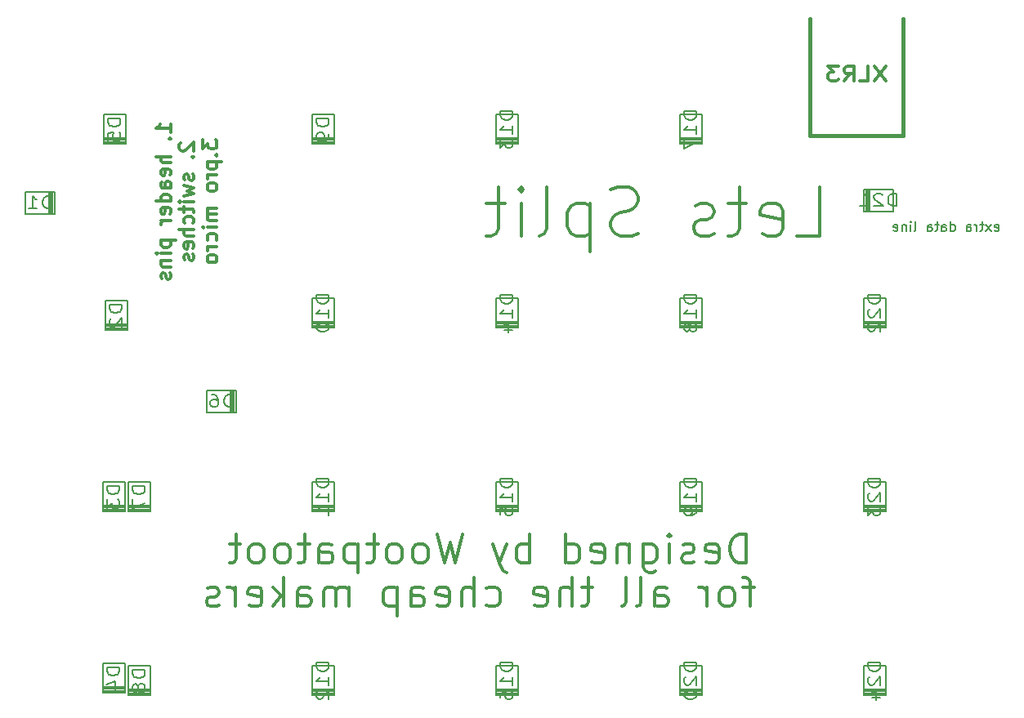
<source format=gbr>
G04 #@! TF.FileFunction,Legend,Bot*
%FSLAX46Y46*%
G04 Gerber Fmt 4.6, Leading zero omitted, Abs format (unit mm)*
G04 Created by KiCad (PCBNEW 4.0.2-stable) date 11/23/2016 1:41:37 PM*
%MOMM*%
G01*
G04 APERTURE LIST*
%ADD10C,0.100000*%
%ADD11C,0.300000*%
%ADD12C,0.150000*%
%ADD13C,0.203200*%
%ADD14C,0.381000*%
%ADD15C,0.304800*%
G04 APERTURE END LIST*
D10*
D11*
X114328429Y-86864143D02*
X114328429Y-83864143D01*
X113614144Y-83864143D01*
X113185572Y-84007000D01*
X112899858Y-84292714D01*
X112757001Y-84578429D01*
X112614144Y-85149857D01*
X112614144Y-85578429D01*
X112757001Y-86149857D01*
X112899858Y-86435571D01*
X113185572Y-86721286D01*
X113614144Y-86864143D01*
X114328429Y-86864143D01*
X110185572Y-86721286D02*
X110471286Y-86864143D01*
X111042715Y-86864143D01*
X111328429Y-86721286D01*
X111471286Y-86435571D01*
X111471286Y-85292714D01*
X111328429Y-85007000D01*
X111042715Y-84864143D01*
X110471286Y-84864143D01*
X110185572Y-85007000D01*
X110042715Y-85292714D01*
X110042715Y-85578429D01*
X111471286Y-85864143D01*
X108899857Y-86721286D02*
X108614143Y-86864143D01*
X108042715Y-86864143D01*
X107757000Y-86721286D01*
X107614143Y-86435571D01*
X107614143Y-86292714D01*
X107757000Y-86007000D01*
X108042715Y-85864143D01*
X108471286Y-85864143D01*
X108757000Y-85721286D01*
X108899857Y-85435571D01*
X108899857Y-85292714D01*
X108757000Y-85007000D01*
X108471286Y-84864143D01*
X108042715Y-84864143D01*
X107757000Y-85007000D01*
X106328429Y-86864143D02*
X106328429Y-84864143D01*
X106328429Y-83864143D02*
X106471286Y-84007000D01*
X106328429Y-84149857D01*
X106185572Y-84007000D01*
X106328429Y-83864143D01*
X106328429Y-84149857D01*
X103614144Y-84864143D02*
X103614144Y-87292714D01*
X103757001Y-87578429D01*
X103899858Y-87721286D01*
X104185573Y-87864143D01*
X104614144Y-87864143D01*
X104899858Y-87721286D01*
X103614144Y-86721286D02*
X103899858Y-86864143D01*
X104471287Y-86864143D01*
X104757001Y-86721286D01*
X104899858Y-86578429D01*
X105042715Y-86292714D01*
X105042715Y-85435571D01*
X104899858Y-85149857D01*
X104757001Y-85007000D01*
X104471287Y-84864143D01*
X103899858Y-84864143D01*
X103614144Y-85007000D01*
X102185572Y-84864143D02*
X102185572Y-86864143D01*
X102185572Y-85149857D02*
X102042715Y-85007000D01*
X101757001Y-84864143D01*
X101328429Y-84864143D01*
X101042715Y-85007000D01*
X100899858Y-85292714D01*
X100899858Y-86864143D01*
X98328429Y-86721286D02*
X98614143Y-86864143D01*
X99185572Y-86864143D01*
X99471286Y-86721286D01*
X99614143Y-86435571D01*
X99614143Y-85292714D01*
X99471286Y-85007000D01*
X99185572Y-84864143D01*
X98614143Y-84864143D01*
X98328429Y-85007000D01*
X98185572Y-85292714D01*
X98185572Y-85578429D01*
X99614143Y-85864143D01*
X95614143Y-86864143D02*
X95614143Y-83864143D01*
X95614143Y-86721286D02*
X95899857Y-86864143D01*
X96471286Y-86864143D01*
X96757000Y-86721286D01*
X96899857Y-86578429D01*
X97042714Y-86292714D01*
X97042714Y-85435571D01*
X96899857Y-85149857D01*
X96757000Y-85007000D01*
X96471286Y-84864143D01*
X95899857Y-84864143D01*
X95614143Y-85007000D01*
X91899857Y-86864143D02*
X91899857Y-83864143D01*
X91899857Y-85007000D02*
X91614143Y-84864143D01*
X91042714Y-84864143D01*
X90757000Y-85007000D01*
X90614143Y-85149857D01*
X90471286Y-85435571D01*
X90471286Y-86292714D01*
X90614143Y-86578429D01*
X90757000Y-86721286D01*
X91042714Y-86864143D01*
X91614143Y-86864143D01*
X91899857Y-86721286D01*
X89471286Y-84864143D02*
X88757000Y-86864143D01*
X88042714Y-84864143D02*
X88757000Y-86864143D01*
X89042714Y-87578429D01*
X89185571Y-87721286D01*
X89471286Y-87864143D01*
X84899858Y-83864143D02*
X84185572Y-86864143D01*
X83614143Y-84721286D01*
X83042715Y-86864143D01*
X82328429Y-83864143D01*
X80757001Y-86864143D02*
X81042715Y-86721286D01*
X81185572Y-86578429D01*
X81328429Y-86292714D01*
X81328429Y-85435571D01*
X81185572Y-85149857D01*
X81042715Y-85007000D01*
X80757001Y-84864143D01*
X80328429Y-84864143D01*
X80042715Y-85007000D01*
X79899858Y-85149857D01*
X79757001Y-85435571D01*
X79757001Y-86292714D01*
X79899858Y-86578429D01*
X80042715Y-86721286D01*
X80328429Y-86864143D01*
X80757001Y-86864143D01*
X78042715Y-86864143D02*
X78328429Y-86721286D01*
X78471286Y-86578429D01*
X78614143Y-86292714D01*
X78614143Y-85435571D01*
X78471286Y-85149857D01*
X78328429Y-85007000D01*
X78042715Y-84864143D01*
X77614143Y-84864143D01*
X77328429Y-85007000D01*
X77185572Y-85149857D01*
X77042715Y-85435571D01*
X77042715Y-86292714D01*
X77185572Y-86578429D01*
X77328429Y-86721286D01*
X77614143Y-86864143D01*
X78042715Y-86864143D01*
X76185572Y-84864143D02*
X75042715Y-84864143D01*
X75757000Y-83864143D02*
X75757000Y-86435571D01*
X75614143Y-86721286D01*
X75328429Y-86864143D01*
X75042715Y-86864143D01*
X74042714Y-84864143D02*
X74042714Y-87864143D01*
X74042714Y-85007000D02*
X73757000Y-84864143D01*
X73185571Y-84864143D01*
X72899857Y-85007000D01*
X72757000Y-85149857D01*
X72614143Y-85435571D01*
X72614143Y-86292714D01*
X72757000Y-86578429D01*
X72899857Y-86721286D01*
X73185571Y-86864143D01*
X73757000Y-86864143D01*
X74042714Y-86721286D01*
X70042714Y-86864143D02*
X70042714Y-85292714D01*
X70185571Y-85007000D01*
X70471285Y-84864143D01*
X71042714Y-84864143D01*
X71328428Y-85007000D01*
X70042714Y-86721286D02*
X70328428Y-86864143D01*
X71042714Y-86864143D01*
X71328428Y-86721286D01*
X71471285Y-86435571D01*
X71471285Y-86149857D01*
X71328428Y-85864143D01*
X71042714Y-85721286D01*
X70328428Y-85721286D01*
X70042714Y-85578429D01*
X69042714Y-84864143D02*
X67899857Y-84864143D01*
X68614142Y-83864143D02*
X68614142Y-86435571D01*
X68471285Y-86721286D01*
X68185571Y-86864143D01*
X67899857Y-86864143D01*
X66471285Y-86864143D02*
X66756999Y-86721286D01*
X66899856Y-86578429D01*
X67042713Y-86292714D01*
X67042713Y-85435571D01*
X66899856Y-85149857D01*
X66756999Y-85007000D01*
X66471285Y-84864143D01*
X66042713Y-84864143D01*
X65756999Y-85007000D01*
X65614142Y-85149857D01*
X65471285Y-85435571D01*
X65471285Y-86292714D01*
X65614142Y-86578429D01*
X65756999Y-86721286D01*
X66042713Y-86864143D01*
X66471285Y-86864143D01*
X63756999Y-86864143D02*
X64042713Y-86721286D01*
X64185570Y-86578429D01*
X64328427Y-86292714D01*
X64328427Y-85435571D01*
X64185570Y-85149857D01*
X64042713Y-85007000D01*
X63756999Y-84864143D01*
X63328427Y-84864143D01*
X63042713Y-85007000D01*
X62899856Y-85149857D01*
X62756999Y-85435571D01*
X62756999Y-86292714D01*
X62899856Y-86578429D01*
X63042713Y-86721286D01*
X63328427Y-86864143D01*
X63756999Y-86864143D01*
X61899856Y-84864143D02*
X60756999Y-84864143D01*
X61471284Y-83864143D02*
X61471284Y-86435571D01*
X61328427Y-86721286D01*
X61042713Y-86864143D01*
X60756999Y-86864143D01*
X115114145Y-89364143D02*
X113971288Y-89364143D01*
X114685573Y-91364143D02*
X114685573Y-88792714D01*
X114542716Y-88507000D01*
X114257002Y-88364143D01*
X113971288Y-88364143D01*
X112542716Y-91364143D02*
X112828430Y-91221286D01*
X112971287Y-91078429D01*
X113114144Y-90792714D01*
X113114144Y-89935571D01*
X112971287Y-89649857D01*
X112828430Y-89507000D01*
X112542716Y-89364143D01*
X112114144Y-89364143D01*
X111828430Y-89507000D01*
X111685573Y-89649857D01*
X111542716Y-89935571D01*
X111542716Y-90792714D01*
X111685573Y-91078429D01*
X111828430Y-91221286D01*
X112114144Y-91364143D01*
X112542716Y-91364143D01*
X110257001Y-91364143D02*
X110257001Y-89364143D01*
X110257001Y-89935571D02*
X110114144Y-89649857D01*
X109971287Y-89507000D01*
X109685573Y-89364143D01*
X109399858Y-89364143D01*
X104828430Y-91364143D02*
X104828430Y-89792714D01*
X104971287Y-89507000D01*
X105257001Y-89364143D01*
X105828430Y-89364143D01*
X106114144Y-89507000D01*
X104828430Y-91221286D02*
X105114144Y-91364143D01*
X105828430Y-91364143D01*
X106114144Y-91221286D01*
X106257001Y-90935571D01*
X106257001Y-90649857D01*
X106114144Y-90364143D01*
X105828430Y-90221286D01*
X105114144Y-90221286D01*
X104828430Y-90078429D01*
X102971287Y-91364143D02*
X103257001Y-91221286D01*
X103399858Y-90935571D01*
X103399858Y-88364143D01*
X101399858Y-91364143D02*
X101685572Y-91221286D01*
X101828429Y-90935571D01*
X101828429Y-88364143D01*
X98399858Y-89364143D02*
X97257001Y-89364143D01*
X97971286Y-88364143D02*
X97971286Y-90935571D01*
X97828429Y-91221286D01*
X97542715Y-91364143D01*
X97257001Y-91364143D01*
X96257000Y-91364143D02*
X96257000Y-88364143D01*
X94971286Y-91364143D02*
X94971286Y-89792714D01*
X95114143Y-89507000D01*
X95399857Y-89364143D01*
X95828429Y-89364143D01*
X96114143Y-89507000D01*
X96257000Y-89649857D01*
X92399857Y-91221286D02*
X92685571Y-91364143D01*
X93257000Y-91364143D01*
X93542714Y-91221286D01*
X93685571Y-90935571D01*
X93685571Y-89792714D01*
X93542714Y-89507000D01*
X93257000Y-89364143D01*
X92685571Y-89364143D01*
X92399857Y-89507000D01*
X92257000Y-89792714D01*
X92257000Y-90078429D01*
X93685571Y-90364143D01*
X87399857Y-91221286D02*
X87685571Y-91364143D01*
X88257000Y-91364143D01*
X88542714Y-91221286D01*
X88685571Y-91078429D01*
X88828428Y-90792714D01*
X88828428Y-89935571D01*
X88685571Y-89649857D01*
X88542714Y-89507000D01*
X88257000Y-89364143D01*
X87685571Y-89364143D01*
X87399857Y-89507000D01*
X86114142Y-91364143D02*
X86114142Y-88364143D01*
X84828428Y-91364143D02*
X84828428Y-89792714D01*
X84971285Y-89507000D01*
X85256999Y-89364143D01*
X85685571Y-89364143D01*
X85971285Y-89507000D01*
X86114142Y-89649857D01*
X82256999Y-91221286D02*
X82542713Y-91364143D01*
X83114142Y-91364143D01*
X83399856Y-91221286D01*
X83542713Y-90935571D01*
X83542713Y-89792714D01*
X83399856Y-89507000D01*
X83114142Y-89364143D01*
X82542713Y-89364143D01*
X82256999Y-89507000D01*
X82114142Y-89792714D01*
X82114142Y-90078429D01*
X83542713Y-90364143D01*
X79542713Y-91364143D02*
X79542713Y-89792714D01*
X79685570Y-89507000D01*
X79971284Y-89364143D01*
X80542713Y-89364143D01*
X80828427Y-89507000D01*
X79542713Y-91221286D02*
X79828427Y-91364143D01*
X80542713Y-91364143D01*
X80828427Y-91221286D01*
X80971284Y-90935571D01*
X80971284Y-90649857D01*
X80828427Y-90364143D01*
X80542713Y-90221286D01*
X79828427Y-90221286D01*
X79542713Y-90078429D01*
X78114141Y-89364143D02*
X78114141Y-92364143D01*
X78114141Y-89507000D02*
X77828427Y-89364143D01*
X77256998Y-89364143D01*
X76971284Y-89507000D01*
X76828427Y-89649857D01*
X76685570Y-89935571D01*
X76685570Y-90792714D01*
X76828427Y-91078429D01*
X76971284Y-91221286D01*
X77256998Y-91364143D01*
X77828427Y-91364143D01*
X78114141Y-91221286D01*
X73114141Y-91364143D02*
X73114141Y-89364143D01*
X73114141Y-89649857D02*
X72971284Y-89507000D01*
X72685570Y-89364143D01*
X72256998Y-89364143D01*
X71971284Y-89507000D01*
X71828427Y-89792714D01*
X71828427Y-91364143D01*
X71828427Y-89792714D02*
X71685570Y-89507000D01*
X71399856Y-89364143D01*
X70971284Y-89364143D01*
X70685570Y-89507000D01*
X70542713Y-89792714D01*
X70542713Y-91364143D01*
X67828427Y-91364143D02*
X67828427Y-89792714D01*
X67971284Y-89507000D01*
X68256998Y-89364143D01*
X68828427Y-89364143D01*
X69114141Y-89507000D01*
X67828427Y-91221286D02*
X68114141Y-91364143D01*
X68828427Y-91364143D01*
X69114141Y-91221286D01*
X69256998Y-90935571D01*
X69256998Y-90649857D01*
X69114141Y-90364143D01*
X68828427Y-90221286D01*
X68114141Y-90221286D01*
X67828427Y-90078429D01*
X66399855Y-91364143D02*
X66399855Y-88364143D01*
X66114141Y-90221286D02*
X65256998Y-91364143D01*
X65256998Y-89364143D02*
X66399855Y-90507000D01*
X62828427Y-91221286D02*
X63114141Y-91364143D01*
X63685570Y-91364143D01*
X63971284Y-91221286D01*
X64114141Y-90935571D01*
X64114141Y-89792714D01*
X63971284Y-89507000D01*
X63685570Y-89364143D01*
X63114141Y-89364143D01*
X62828427Y-89507000D01*
X62685570Y-89792714D01*
X62685570Y-90078429D01*
X64114141Y-90364143D01*
X61399855Y-91364143D02*
X61399855Y-89364143D01*
X61399855Y-89935571D02*
X61256998Y-89649857D01*
X61114141Y-89507000D01*
X60828427Y-89364143D01*
X60542712Y-89364143D01*
X59685569Y-91221286D02*
X59399855Y-91364143D01*
X58828427Y-91364143D01*
X58542712Y-91221286D01*
X58399855Y-90935571D01*
X58399855Y-90792714D01*
X58542712Y-90507000D01*
X58828427Y-90364143D01*
X59256998Y-90364143D01*
X59542712Y-90221286D01*
X59685569Y-89935571D01*
X59685569Y-89792714D01*
X59542712Y-89507000D01*
X59256998Y-89364143D01*
X58828427Y-89364143D01*
X58542712Y-89507000D01*
X54666571Y-42224429D02*
X54666571Y-41367286D01*
X54666571Y-41795858D02*
X53166571Y-41795858D01*
X53380857Y-41653001D01*
X53523714Y-41510143D01*
X53595143Y-41367286D01*
X54523714Y-42867286D02*
X54595143Y-42938714D01*
X54666571Y-42867286D01*
X54595143Y-42795857D01*
X54523714Y-42867286D01*
X54666571Y-42867286D01*
X54666571Y-44724429D02*
X53166571Y-44724429D01*
X54666571Y-45367286D02*
X53880857Y-45367286D01*
X53738000Y-45295857D01*
X53666571Y-45153000D01*
X53666571Y-44938715D01*
X53738000Y-44795857D01*
X53809429Y-44724429D01*
X54595143Y-46653000D02*
X54666571Y-46510143D01*
X54666571Y-46224429D01*
X54595143Y-46081572D01*
X54452286Y-46010143D01*
X53880857Y-46010143D01*
X53738000Y-46081572D01*
X53666571Y-46224429D01*
X53666571Y-46510143D01*
X53738000Y-46653000D01*
X53880857Y-46724429D01*
X54023714Y-46724429D01*
X54166571Y-46010143D01*
X54666571Y-48010143D02*
X53880857Y-48010143D01*
X53738000Y-47938714D01*
X53666571Y-47795857D01*
X53666571Y-47510143D01*
X53738000Y-47367286D01*
X54595143Y-48010143D02*
X54666571Y-47867286D01*
X54666571Y-47510143D01*
X54595143Y-47367286D01*
X54452286Y-47295857D01*
X54309429Y-47295857D01*
X54166571Y-47367286D01*
X54095143Y-47510143D01*
X54095143Y-47867286D01*
X54023714Y-48010143D01*
X54666571Y-49367286D02*
X53166571Y-49367286D01*
X54595143Y-49367286D02*
X54666571Y-49224429D01*
X54666571Y-48938715D01*
X54595143Y-48795857D01*
X54523714Y-48724429D01*
X54380857Y-48653000D01*
X53952286Y-48653000D01*
X53809429Y-48724429D01*
X53738000Y-48795857D01*
X53666571Y-48938715D01*
X53666571Y-49224429D01*
X53738000Y-49367286D01*
X54595143Y-50653000D02*
X54666571Y-50510143D01*
X54666571Y-50224429D01*
X54595143Y-50081572D01*
X54452286Y-50010143D01*
X53880857Y-50010143D01*
X53738000Y-50081572D01*
X53666571Y-50224429D01*
X53666571Y-50510143D01*
X53738000Y-50653000D01*
X53880857Y-50724429D01*
X54023714Y-50724429D01*
X54166571Y-50010143D01*
X54666571Y-51367286D02*
X53666571Y-51367286D01*
X53952286Y-51367286D02*
X53809429Y-51438714D01*
X53738000Y-51510143D01*
X53666571Y-51653000D01*
X53666571Y-51795857D01*
X53666571Y-53438714D02*
X55166571Y-53438714D01*
X53738000Y-53438714D02*
X53666571Y-53581571D01*
X53666571Y-53867285D01*
X53738000Y-54010142D01*
X53809429Y-54081571D01*
X53952286Y-54153000D01*
X54380857Y-54153000D01*
X54523714Y-54081571D01*
X54595143Y-54010142D01*
X54666571Y-53867285D01*
X54666571Y-53581571D01*
X54595143Y-53438714D01*
X54666571Y-54795857D02*
X53666571Y-54795857D01*
X53166571Y-54795857D02*
X53238000Y-54724428D01*
X53309429Y-54795857D01*
X53238000Y-54867285D01*
X53166571Y-54795857D01*
X53309429Y-54795857D01*
X53666571Y-55510143D02*
X54666571Y-55510143D01*
X53809429Y-55510143D02*
X53738000Y-55581571D01*
X53666571Y-55724429D01*
X53666571Y-55938714D01*
X53738000Y-56081571D01*
X53880857Y-56153000D01*
X54666571Y-56153000D01*
X54595143Y-56795857D02*
X54666571Y-56938714D01*
X54666571Y-57224429D01*
X54595143Y-57367286D01*
X54452286Y-57438714D01*
X54380857Y-57438714D01*
X54238000Y-57367286D01*
X54166571Y-57224429D01*
X54166571Y-57010143D01*
X54095143Y-56867286D01*
X53952286Y-56795857D01*
X53880857Y-56795857D01*
X53738000Y-56867286D01*
X53666571Y-57010143D01*
X53666571Y-57224429D01*
X53738000Y-57367286D01*
X55709429Y-43295857D02*
X55638000Y-43367286D01*
X55566571Y-43510143D01*
X55566571Y-43867286D01*
X55638000Y-44010143D01*
X55709429Y-44081572D01*
X55852286Y-44153000D01*
X55995143Y-44153000D01*
X56209429Y-44081572D01*
X57066571Y-43224429D01*
X57066571Y-44153000D01*
X56923714Y-44795857D02*
X56995143Y-44867285D01*
X57066571Y-44795857D01*
X56995143Y-44724428D01*
X56923714Y-44795857D01*
X57066571Y-44795857D01*
X56995143Y-46581571D02*
X57066571Y-46724428D01*
X57066571Y-47010143D01*
X56995143Y-47153000D01*
X56852286Y-47224428D01*
X56780857Y-47224428D01*
X56638000Y-47153000D01*
X56566571Y-47010143D01*
X56566571Y-46795857D01*
X56495143Y-46653000D01*
X56352286Y-46581571D01*
X56280857Y-46581571D01*
X56138000Y-46653000D01*
X56066571Y-46795857D01*
X56066571Y-47010143D01*
X56138000Y-47153000D01*
X56066571Y-47724429D02*
X57066571Y-48010143D01*
X56352286Y-48295857D01*
X57066571Y-48581572D01*
X56066571Y-48867286D01*
X57066571Y-49438715D02*
X56066571Y-49438715D01*
X55566571Y-49438715D02*
X55638000Y-49367286D01*
X55709429Y-49438715D01*
X55638000Y-49510143D01*
X55566571Y-49438715D01*
X55709429Y-49438715D01*
X56066571Y-49938715D02*
X56066571Y-50510144D01*
X55566571Y-50153001D02*
X56852286Y-50153001D01*
X56995143Y-50224429D01*
X57066571Y-50367287D01*
X57066571Y-50510144D01*
X56995143Y-51653001D02*
X57066571Y-51510144D01*
X57066571Y-51224430D01*
X56995143Y-51081572D01*
X56923714Y-51010144D01*
X56780857Y-50938715D01*
X56352286Y-50938715D01*
X56209429Y-51010144D01*
X56138000Y-51081572D01*
X56066571Y-51224430D01*
X56066571Y-51510144D01*
X56138000Y-51653001D01*
X57066571Y-52295858D02*
X55566571Y-52295858D01*
X57066571Y-52938715D02*
X56280857Y-52938715D01*
X56138000Y-52867286D01*
X56066571Y-52724429D01*
X56066571Y-52510144D01*
X56138000Y-52367286D01*
X56209429Y-52295858D01*
X56995143Y-54224429D02*
X57066571Y-54081572D01*
X57066571Y-53795858D01*
X56995143Y-53653001D01*
X56852286Y-53581572D01*
X56280857Y-53581572D01*
X56138000Y-53653001D01*
X56066571Y-53795858D01*
X56066571Y-54081572D01*
X56138000Y-54224429D01*
X56280857Y-54295858D01*
X56423714Y-54295858D01*
X56566571Y-53581572D01*
X56995143Y-54867286D02*
X57066571Y-55010143D01*
X57066571Y-55295858D01*
X56995143Y-55438715D01*
X56852286Y-55510143D01*
X56780857Y-55510143D01*
X56638000Y-55438715D01*
X56566571Y-55295858D01*
X56566571Y-55081572D01*
X56495143Y-54938715D01*
X56352286Y-54867286D01*
X56280857Y-54867286D01*
X56138000Y-54938715D01*
X56066571Y-55081572D01*
X56066571Y-55295858D01*
X56138000Y-55438715D01*
X57966571Y-43010144D02*
X57966571Y-43938715D01*
X58538000Y-43438715D01*
X58538000Y-43653001D01*
X58609429Y-43795858D01*
X58680857Y-43867287D01*
X58823714Y-43938715D01*
X59180857Y-43938715D01*
X59323714Y-43867287D01*
X59395143Y-43795858D01*
X59466571Y-43653001D01*
X59466571Y-43224429D01*
X59395143Y-43081572D01*
X59323714Y-43010144D01*
X59323714Y-44581572D02*
X59395143Y-44653000D01*
X59466571Y-44581572D01*
X59395143Y-44510143D01*
X59323714Y-44581572D01*
X59466571Y-44581572D01*
X58466571Y-45295858D02*
X59966571Y-45295858D01*
X58538000Y-45295858D02*
X58466571Y-45438715D01*
X58466571Y-45724429D01*
X58538000Y-45867286D01*
X58609429Y-45938715D01*
X58752286Y-46010144D01*
X59180857Y-46010144D01*
X59323714Y-45938715D01*
X59395143Y-45867286D01*
X59466571Y-45724429D01*
X59466571Y-45438715D01*
X59395143Y-45295858D01*
X59466571Y-46653001D02*
X58466571Y-46653001D01*
X58752286Y-46653001D02*
X58609429Y-46724429D01*
X58538000Y-46795858D01*
X58466571Y-46938715D01*
X58466571Y-47081572D01*
X59466571Y-47795858D02*
X59395143Y-47653000D01*
X59323714Y-47581572D01*
X59180857Y-47510143D01*
X58752286Y-47510143D01*
X58609429Y-47581572D01*
X58538000Y-47653000D01*
X58466571Y-47795858D01*
X58466571Y-48010143D01*
X58538000Y-48153000D01*
X58609429Y-48224429D01*
X58752286Y-48295858D01*
X59180857Y-48295858D01*
X59323714Y-48224429D01*
X59395143Y-48153000D01*
X59466571Y-48010143D01*
X59466571Y-47795858D01*
X59466571Y-50081572D02*
X58466571Y-50081572D01*
X58609429Y-50081572D02*
X58538000Y-50153000D01*
X58466571Y-50295858D01*
X58466571Y-50510143D01*
X58538000Y-50653000D01*
X58680857Y-50724429D01*
X59466571Y-50724429D01*
X58680857Y-50724429D02*
X58538000Y-50795858D01*
X58466571Y-50938715D01*
X58466571Y-51153000D01*
X58538000Y-51295858D01*
X58680857Y-51367286D01*
X59466571Y-51367286D01*
X59466571Y-52081572D02*
X58466571Y-52081572D01*
X57966571Y-52081572D02*
X58038000Y-52010143D01*
X58109429Y-52081572D01*
X58038000Y-52153000D01*
X57966571Y-52081572D01*
X58109429Y-52081572D01*
X59395143Y-53438715D02*
X59466571Y-53295858D01*
X59466571Y-53010144D01*
X59395143Y-52867286D01*
X59323714Y-52795858D01*
X59180857Y-52724429D01*
X58752286Y-52724429D01*
X58609429Y-52795858D01*
X58538000Y-52867286D01*
X58466571Y-53010144D01*
X58466571Y-53295858D01*
X58538000Y-53438715D01*
X59466571Y-54081572D02*
X58466571Y-54081572D01*
X58752286Y-54081572D02*
X58609429Y-54153000D01*
X58538000Y-54224429D01*
X58466571Y-54367286D01*
X58466571Y-54510143D01*
X59466571Y-55224429D02*
X59395143Y-55081571D01*
X59323714Y-55010143D01*
X59180857Y-54938714D01*
X58752286Y-54938714D01*
X58609429Y-55010143D01*
X58538000Y-55081571D01*
X58466571Y-55224429D01*
X58466571Y-55438714D01*
X58538000Y-55581571D01*
X58609429Y-55653000D01*
X58752286Y-55724429D01*
X59180857Y-55724429D01*
X59323714Y-55653000D01*
X59395143Y-55581571D01*
X59466571Y-55438714D01*
X59466571Y-55224429D01*
X119552809Y-52934905D02*
X121933762Y-52934905D01*
X121933762Y-47934905D01*
X115981381Y-52696810D02*
X116457571Y-52934905D01*
X117409952Y-52934905D01*
X117886143Y-52696810D01*
X118124238Y-52220619D01*
X118124238Y-50315857D01*
X117886143Y-49839667D01*
X117409952Y-49601571D01*
X116457571Y-49601571D01*
X115981381Y-49839667D01*
X115743286Y-50315857D01*
X115743286Y-50792048D01*
X118124238Y-51268238D01*
X114314715Y-49601571D02*
X112409953Y-49601571D01*
X113600429Y-47934905D02*
X113600429Y-52220619D01*
X113362334Y-52696810D01*
X112886143Y-52934905D01*
X112409953Y-52934905D01*
X110981381Y-52696810D02*
X110505191Y-52934905D01*
X109552810Y-52934905D01*
X109076619Y-52696810D01*
X108838524Y-52220619D01*
X108838524Y-51982524D01*
X109076619Y-51506333D01*
X109552810Y-51268238D01*
X110267095Y-51268238D01*
X110743286Y-51030143D01*
X110981381Y-50553952D01*
X110981381Y-50315857D01*
X110743286Y-49839667D01*
X110267095Y-49601571D01*
X109552810Y-49601571D01*
X109076619Y-49839667D01*
X103124238Y-52696810D02*
X102409952Y-52934905D01*
X101219476Y-52934905D01*
X100743286Y-52696810D01*
X100505190Y-52458714D01*
X100267095Y-51982524D01*
X100267095Y-51506333D01*
X100505190Y-51030143D01*
X100743286Y-50792048D01*
X101219476Y-50553952D01*
X102171857Y-50315857D01*
X102648048Y-50077762D01*
X102886143Y-49839667D01*
X103124238Y-49363476D01*
X103124238Y-48887286D01*
X102886143Y-48411095D01*
X102648048Y-48173000D01*
X102171857Y-47934905D01*
X100981381Y-47934905D01*
X100267095Y-48173000D01*
X98124238Y-49601571D02*
X98124238Y-54601571D01*
X98124238Y-49839667D02*
X97648047Y-49601571D01*
X96695666Y-49601571D01*
X96219476Y-49839667D01*
X95981381Y-50077762D01*
X95743285Y-50553952D01*
X95743285Y-51982524D01*
X95981381Y-52458714D01*
X96219476Y-52696810D01*
X96695666Y-52934905D01*
X97648047Y-52934905D01*
X98124238Y-52696810D01*
X92886142Y-52934905D02*
X93362333Y-52696810D01*
X93600428Y-52220619D01*
X93600428Y-47934905D01*
X90981380Y-52934905D02*
X90981380Y-49601571D01*
X90981380Y-47934905D02*
X91219475Y-48173000D01*
X90981380Y-48411095D01*
X90743285Y-48173000D01*
X90981380Y-47934905D01*
X90981380Y-48411095D01*
X89314714Y-49601571D02*
X87409952Y-49601571D01*
X88600428Y-47934905D02*
X88600428Y-52220619D01*
X88362333Y-52696810D01*
X87886142Y-52934905D01*
X87409952Y-52934905D01*
D12*
X42048000Y-48430000D02*
X42048000Y-50630000D01*
X42248000Y-50630000D02*
X42248000Y-48430000D01*
X42448000Y-50530000D02*
X42448000Y-50630000D01*
X42448000Y-50630000D02*
X42448000Y-50530000D01*
X42448000Y-48430000D02*
X42448000Y-50530000D01*
D13*
X39624000Y-50673000D02*
X42672000Y-50673000D01*
X42672000Y-50673000D02*
X42672000Y-48387000D01*
X42672000Y-48387000D02*
X39624000Y-48387000D01*
X39624000Y-48387000D02*
X39624000Y-50673000D01*
D12*
X50122000Y-62114000D02*
X47922000Y-62114000D01*
X47922000Y-62314000D02*
X50122000Y-62314000D01*
X48022000Y-62514000D02*
X47922000Y-62514000D01*
X47922000Y-62514000D02*
X48022000Y-62514000D01*
X50122000Y-62514000D02*
X48022000Y-62514000D01*
D13*
X47879000Y-59690000D02*
X47879000Y-62738000D01*
X47879000Y-62738000D02*
X50165000Y-62738000D01*
X50165000Y-62738000D02*
X50165000Y-59690000D01*
X50165000Y-59690000D02*
X47879000Y-59690000D01*
D12*
X49868000Y-80910000D02*
X47668000Y-80910000D01*
X47668000Y-81110000D02*
X49868000Y-81110000D01*
X47768000Y-81310000D02*
X47668000Y-81310000D01*
X47668000Y-81310000D02*
X47768000Y-81310000D01*
X49868000Y-81310000D02*
X47768000Y-81310000D01*
D13*
X47625000Y-78486000D02*
X47625000Y-81534000D01*
X47625000Y-81534000D02*
X49911000Y-81534000D01*
X49911000Y-81534000D02*
X49911000Y-78486000D01*
X49911000Y-78486000D02*
X47625000Y-78486000D01*
D12*
X49868000Y-99706000D02*
X47668000Y-99706000D01*
X47668000Y-99906000D02*
X49868000Y-99906000D01*
X47768000Y-100106000D02*
X47668000Y-100106000D01*
X47668000Y-100106000D02*
X47768000Y-100106000D01*
X49868000Y-100106000D02*
X47768000Y-100106000D01*
D13*
X47625000Y-97282000D02*
X47625000Y-100330000D01*
X47625000Y-100330000D02*
X49911000Y-100330000D01*
X49911000Y-100330000D02*
X49911000Y-97282000D01*
X49911000Y-97282000D02*
X47625000Y-97282000D01*
D12*
X49995000Y-42810000D02*
X47795000Y-42810000D01*
X47795000Y-43010000D02*
X49995000Y-43010000D01*
X47895000Y-43210000D02*
X47795000Y-43210000D01*
X47795000Y-43210000D02*
X47895000Y-43210000D01*
X49995000Y-43210000D02*
X47895000Y-43210000D01*
D13*
X47752000Y-40386000D02*
X47752000Y-43434000D01*
X47752000Y-43434000D02*
X50038000Y-43434000D01*
X50038000Y-43434000D02*
X50038000Y-40386000D01*
X50038000Y-40386000D02*
X47752000Y-40386000D01*
D12*
X60844000Y-69004000D02*
X60844000Y-71204000D01*
X61044000Y-71204000D02*
X61044000Y-69004000D01*
X61244000Y-71104000D02*
X61244000Y-71204000D01*
X61244000Y-71204000D02*
X61244000Y-71104000D01*
X61244000Y-69004000D02*
X61244000Y-71104000D01*
D13*
X58420000Y-71247000D02*
X61468000Y-71247000D01*
X61468000Y-71247000D02*
X61468000Y-68961000D01*
X61468000Y-68961000D02*
X58420000Y-68961000D01*
X58420000Y-68961000D02*
X58420000Y-71247000D01*
D12*
X52535000Y-80910000D02*
X50335000Y-80910000D01*
X50335000Y-81110000D02*
X52535000Y-81110000D01*
X50435000Y-81310000D02*
X50335000Y-81310000D01*
X50335000Y-81310000D02*
X50435000Y-81310000D01*
X52535000Y-81310000D02*
X50435000Y-81310000D01*
D13*
X50292000Y-78486000D02*
X50292000Y-81534000D01*
X50292000Y-81534000D02*
X52578000Y-81534000D01*
X52578000Y-81534000D02*
X52578000Y-78486000D01*
X52578000Y-78486000D02*
X50292000Y-78486000D01*
D12*
X52535000Y-99960000D02*
X50335000Y-99960000D01*
X50335000Y-100160000D02*
X52535000Y-100160000D01*
X50435000Y-100360000D02*
X50335000Y-100360000D01*
X50335000Y-100360000D02*
X50435000Y-100360000D01*
X52535000Y-100360000D02*
X50435000Y-100360000D01*
D13*
X50292000Y-97536000D02*
X50292000Y-100584000D01*
X50292000Y-100584000D02*
X52578000Y-100584000D01*
X52578000Y-100584000D02*
X52578000Y-97536000D01*
X52578000Y-97536000D02*
X50292000Y-97536000D01*
D12*
X71585000Y-42810000D02*
X69385000Y-42810000D01*
X69385000Y-43010000D02*
X71585000Y-43010000D01*
X69485000Y-43210000D02*
X69385000Y-43210000D01*
X69385000Y-43210000D02*
X69485000Y-43210000D01*
X71585000Y-43210000D02*
X69485000Y-43210000D01*
D13*
X69342000Y-40386000D02*
X69342000Y-43434000D01*
X69342000Y-43434000D02*
X71628000Y-43434000D01*
X71628000Y-43434000D02*
X71628000Y-40386000D01*
X71628000Y-40386000D02*
X69342000Y-40386000D01*
D12*
X71585000Y-61860000D02*
X69385000Y-61860000D01*
X69385000Y-62060000D02*
X71585000Y-62060000D01*
X69485000Y-62260000D02*
X69385000Y-62260000D01*
X69385000Y-62260000D02*
X69485000Y-62260000D01*
X71585000Y-62260000D02*
X69485000Y-62260000D01*
D13*
X69342000Y-59436000D02*
X69342000Y-62484000D01*
X69342000Y-62484000D02*
X71628000Y-62484000D01*
X71628000Y-62484000D02*
X71628000Y-59436000D01*
X71628000Y-59436000D02*
X69342000Y-59436000D01*
D12*
X71585000Y-80910000D02*
X69385000Y-80910000D01*
X69385000Y-81110000D02*
X71585000Y-81110000D01*
X69485000Y-81310000D02*
X69385000Y-81310000D01*
X69385000Y-81310000D02*
X69485000Y-81310000D01*
X71585000Y-81310000D02*
X69485000Y-81310000D01*
D13*
X69342000Y-78486000D02*
X69342000Y-81534000D01*
X69342000Y-81534000D02*
X71628000Y-81534000D01*
X71628000Y-81534000D02*
X71628000Y-78486000D01*
X71628000Y-78486000D02*
X69342000Y-78486000D01*
D12*
X71585000Y-99960000D02*
X69385000Y-99960000D01*
X69385000Y-100160000D02*
X71585000Y-100160000D01*
X69485000Y-100360000D02*
X69385000Y-100360000D01*
X69385000Y-100360000D02*
X69485000Y-100360000D01*
X71585000Y-100360000D02*
X69485000Y-100360000D01*
D13*
X69342000Y-97536000D02*
X69342000Y-100584000D01*
X69342000Y-100584000D02*
X71628000Y-100584000D01*
X71628000Y-100584000D02*
X71628000Y-97536000D01*
X71628000Y-97536000D02*
X69342000Y-97536000D01*
D12*
X90635000Y-42810000D02*
X88435000Y-42810000D01*
X88435000Y-43010000D02*
X90635000Y-43010000D01*
X88535000Y-43210000D02*
X88435000Y-43210000D01*
X88435000Y-43210000D02*
X88535000Y-43210000D01*
X90635000Y-43210000D02*
X88535000Y-43210000D01*
D13*
X88392000Y-40386000D02*
X88392000Y-43434000D01*
X88392000Y-43434000D02*
X90678000Y-43434000D01*
X90678000Y-43434000D02*
X90678000Y-40386000D01*
X90678000Y-40386000D02*
X88392000Y-40386000D01*
D12*
X90635000Y-61860000D02*
X88435000Y-61860000D01*
X88435000Y-62060000D02*
X90635000Y-62060000D01*
X88535000Y-62260000D02*
X88435000Y-62260000D01*
X88435000Y-62260000D02*
X88535000Y-62260000D01*
X90635000Y-62260000D02*
X88535000Y-62260000D01*
D13*
X88392000Y-59436000D02*
X88392000Y-62484000D01*
X88392000Y-62484000D02*
X90678000Y-62484000D01*
X90678000Y-62484000D02*
X90678000Y-59436000D01*
X90678000Y-59436000D02*
X88392000Y-59436000D01*
D12*
X90635000Y-80910000D02*
X88435000Y-80910000D01*
X88435000Y-81110000D02*
X90635000Y-81110000D01*
X88535000Y-81310000D02*
X88435000Y-81310000D01*
X88435000Y-81310000D02*
X88535000Y-81310000D01*
X90635000Y-81310000D02*
X88535000Y-81310000D01*
D13*
X88392000Y-78486000D02*
X88392000Y-81534000D01*
X88392000Y-81534000D02*
X90678000Y-81534000D01*
X90678000Y-81534000D02*
X90678000Y-78486000D01*
X90678000Y-78486000D02*
X88392000Y-78486000D01*
D12*
X90635000Y-99960000D02*
X88435000Y-99960000D01*
X88435000Y-100160000D02*
X90635000Y-100160000D01*
X88535000Y-100360000D02*
X88435000Y-100360000D01*
X88435000Y-100360000D02*
X88535000Y-100360000D01*
X90635000Y-100360000D02*
X88535000Y-100360000D01*
D13*
X88392000Y-97536000D02*
X88392000Y-100584000D01*
X88392000Y-100584000D02*
X90678000Y-100584000D01*
X90678000Y-100584000D02*
X90678000Y-97536000D01*
X90678000Y-97536000D02*
X88392000Y-97536000D01*
D12*
X109685000Y-42810000D02*
X107485000Y-42810000D01*
X107485000Y-43010000D02*
X109685000Y-43010000D01*
X107585000Y-43210000D02*
X107485000Y-43210000D01*
X107485000Y-43210000D02*
X107585000Y-43210000D01*
X109685000Y-43210000D02*
X107585000Y-43210000D01*
D13*
X107442000Y-40386000D02*
X107442000Y-43434000D01*
X107442000Y-43434000D02*
X109728000Y-43434000D01*
X109728000Y-43434000D02*
X109728000Y-40386000D01*
X109728000Y-40386000D02*
X107442000Y-40386000D01*
D12*
X109685000Y-61860000D02*
X107485000Y-61860000D01*
X107485000Y-62060000D02*
X109685000Y-62060000D01*
X107585000Y-62260000D02*
X107485000Y-62260000D01*
X107485000Y-62260000D02*
X107585000Y-62260000D01*
X109685000Y-62260000D02*
X107585000Y-62260000D01*
D13*
X107442000Y-59436000D02*
X107442000Y-62484000D01*
X107442000Y-62484000D02*
X109728000Y-62484000D01*
X109728000Y-62484000D02*
X109728000Y-59436000D01*
X109728000Y-59436000D02*
X107442000Y-59436000D01*
D12*
X109685000Y-80910000D02*
X107485000Y-80910000D01*
X107485000Y-81110000D02*
X109685000Y-81110000D01*
X107585000Y-81310000D02*
X107485000Y-81310000D01*
X107485000Y-81310000D02*
X107585000Y-81310000D01*
X109685000Y-81310000D02*
X107585000Y-81310000D01*
D13*
X107442000Y-78486000D02*
X107442000Y-81534000D01*
X107442000Y-81534000D02*
X109728000Y-81534000D01*
X109728000Y-81534000D02*
X109728000Y-78486000D01*
X109728000Y-78486000D02*
X107442000Y-78486000D01*
D12*
X109685000Y-99960000D02*
X107485000Y-99960000D01*
X107485000Y-100160000D02*
X109685000Y-100160000D01*
X107585000Y-100360000D02*
X107485000Y-100360000D01*
X107485000Y-100360000D02*
X107585000Y-100360000D01*
X109685000Y-100360000D02*
X107585000Y-100360000D01*
D13*
X107442000Y-97536000D02*
X107442000Y-100584000D01*
X107442000Y-100584000D02*
X109728000Y-100584000D01*
X109728000Y-100584000D02*
X109728000Y-97536000D01*
X109728000Y-97536000D02*
X107442000Y-97536000D01*
D12*
X127116000Y-50376000D02*
X127116000Y-48176000D01*
X126916000Y-48176000D02*
X126916000Y-50376000D01*
X126716000Y-48276000D02*
X126716000Y-48176000D01*
X126716000Y-48176000D02*
X126716000Y-48276000D01*
X126716000Y-50376000D02*
X126716000Y-48276000D01*
D13*
X129540000Y-48133000D02*
X126492000Y-48133000D01*
X126492000Y-48133000D02*
X126492000Y-50419000D01*
X126492000Y-50419000D02*
X129540000Y-50419000D01*
X129540000Y-50419000D02*
X129540000Y-48133000D01*
D12*
X128735000Y-61860000D02*
X126535000Y-61860000D01*
X126535000Y-62060000D02*
X128735000Y-62060000D01*
X126635000Y-62260000D02*
X126535000Y-62260000D01*
X126535000Y-62260000D02*
X126635000Y-62260000D01*
X128735000Y-62260000D02*
X126635000Y-62260000D01*
D13*
X126492000Y-59436000D02*
X126492000Y-62484000D01*
X126492000Y-62484000D02*
X128778000Y-62484000D01*
X128778000Y-62484000D02*
X128778000Y-59436000D01*
X128778000Y-59436000D02*
X126492000Y-59436000D01*
D12*
X128735000Y-80910000D02*
X126535000Y-80910000D01*
X126535000Y-81110000D02*
X128735000Y-81110000D01*
X126635000Y-81310000D02*
X126535000Y-81310000D01*
X126535000Y-81310000D02*
X126635000Y-81310000D01*
X128735000Y-81310000D02*
X126635000Y-81310000D01*
D13*
X126492000Y-78486000D02*
X126492000Y-81534000D01*
X126492000Y-81534000D02*
X128778000Y-81534000D01*
X128778000Y-81534000D02*
X128778000Y-78486000D01*
X128778000Y-78486000D02*
X126492000Y-78486000D01*
D12*
X128735000Y-99960000D02*
X126535000Y-99960000D01*
X126535000Y-100160000D02*
X128735000Y-100160000D01*
X126635000Y-100360000D02*
X126535000Y-100360000D01*
X126535000Y-100360000D02*
X126635000Y-100360000D01*
X128735000Y-100360000D02*
X126635000Y-100360000D01*
D13*
X126492000Y-97536000D02*
X126492000Y-100584000D01*
X126492000Y-100584000D02*
X128778000Y-100584000D01*
X128778000Y-100584000D02*
X128778000Y-97536000D01*
X128778000Y-97536000D02*
X126492000Y-97536000D01*
D14*
X120929400Y-30480000D02*
X120929400Y-42545000D01*
X120929400Y-42545000D02*
X130530600Y-42545000D01*
X130530600Y-42545000D02*
X130530600Y-30480000D01*
D13*
X42272857Y-50104524D02*
X42272857Y-48834524D01*
X41910000Y-48834524D01*
X41692285Y-48895000D01*
X41547143Y-49015952D01*
X41474571Y-49136905D01*
X41402000Y-49378810D01*
X41402000Y-49560238D01*
X41474571Y-49802143D01*
X41547143Y-49923095D01*
X41692285Y-50044048D01*
X41910000Y-50104524D01*
X42272857Y-50104524D01*
X39950571Y-50104524D02*
X40821428Y-50104524D01*
X40386000Y-50104524D02*
X40386000Y-48834524D01*
X40531143Y-49015952D01*
X40676285Y-49136905D01*
X40821428Y-49197381D01*
X49596524Y-60089143D02*
X48326524Y-60089143D01*
X48326524Y-60452000D01*
X48387000Y-60669715D01*
X48507952Y-60814857D01*
X48628905Y-60887429D01*
X48870810Y-60960000D01*
X49052238Y-60960000D01*
X49294143Y-60887429D01*
X49415095Y-60814857D01*
X49536048Y-60669715D01*
X49596524Y-60452000D01*
X49596524Y-60089143D01*
X48447476Y-61540572D02*
X48387000Y-61613143D01*
X48326524Y-61758286D01*
X48326524Y-62121143D01*
X48387000Y-62266286D01*
X48447476Y-62338857D01*
X48568429Y-62411429D01*
X48689381Y-62411429D01*
X48870810Y-62338857D01*
X49596524Y-61468000D01*
X49596524Y-62411429D01*
X49342524Y-78885143D02*
X48072524Y-78885143D01*
X48072524Y-79248000D01*
X48133000Y-79465715D01*
X48253952Y-79610857D01*
X48374905Y-79683429D01*
X48616810Y-79756000D01*
X48798238Y-79756000D01*
X49040143Y-79683429D01*
X49161095Y-79610857D01*
X49282048Y-79465715D01*
X49342524Y-79248000D01*
X49342524Y-78885143D01*
X48072524Y-80264000D02*
X48072524Y-81207429D01*
X48556333Y-80699429D01*
X48556333Y-80917143D01*
X48616810Y-81062286D01*
X48677286Y-81134857D01*
X48798238Y-81207429D01*
X49100619Y-81207429D01*
X49221571Y-81134857D01*
X49282048Y-81062286D01*
X49342524Y-80917143D01*
X49342524Y-80481715D01*
X49282048Y-80336572D01*
X49221571Y-80264000D01*
X49342524Y-97681143D02*
X48072524Y-97681143D01*
X48072524Y-98044000D01*
X48133000Y-98261715D01*
X48253952Y-98406857D01*
X48374905Y-98479429D01*
X48616810Y-98552000D01*
X48798238Y-98552000D01*
X49040143Y-98479429D01*
X49161095Y-98406857D01*
X49282048Y-98261715D01*
X49342524Y-98044000D01*
X49342524Y-97681143D01*
X48495857Y-99858286D02*
X49342524Y-99858286D01*
X48012048Y-99495429D02*
X48919190Y-99132572D01*
X48919190Y-100076000D01*
X49469524Y-40785143D02*
X48199524Y-40785143D01*
X48199524Y-41148000D01*
X48260000Y-41365715D01*
X48380952Y-41510857D01*
X48501905Y-41583429D01*
X48743810Y-41656000D01*
X48925238Y-41656000D01*
X49167143Y-41583429D01*
X49288095Y-41510857D01*
X49409048Y-41365715D01*
X49469524Y-41148000D01*
X49469524Y-40785143D01*
X48199524Y-43034857D02*
X48199524Y-42309143D01*
X48804286Y-42236572D01*
X48743810Y-42309143D01*
X48683333Y-42454286D01*
X48683333Y-42817143D01*
X48743810Y-42962286D01*
X48804286Y-43034857D01*
X48925238Y-43107429D01*
X49227619Y-43107429D01*
X49348571Y-43034857D01*
X49409048Y-42962286D01*
X49469524Y-42817143D01*
X49469524Y-42454286D01*
X49409048Y-42309143D01*
X49348571Y-42236572D01*
X61068857Y-70678524D02*
X61068857Y-69408524D01*
X60706000Y-69408524D01*
X60488285Y-69469000D01*
X60343143Y-69589952D01*
X60270571Y-69710905D01*
X60198000Y-69952810D01*
X60198000Y-70134238D01*
X60270571Y-70376143D01*
X60343143Y-70497095D01*
X60488285Y-70618048D01*
X60706000Y-70678524D01*
X61068857Y-70678524D01*
X58891714Y-69408524D02*
X59182000Y-69408524D01*
X59327143Y-69469000D01*
X59399714Y-69529476D01*
X59544857Y-69710905D01*
X59617428Y-69952810D01*
X59617428Y-70436619D01*
X59544857Y-70557571D01*
X59472285Y-70618048D01*
X59327143Y-70678524D01*
X59036857Y-70678524D01*
X58891714Y-70618048D01*
X58819143Y-70557571D01*
X58746571Y-70436619D01*
X58746571Y-70134238D01*
X58819143Y-70013286D01*
X58891714Y-69952810D01*
X59036857Y-69892333D01*
X59327143Y-69892333D01*
X59472285Y-69952810D01*
X59544857Y-70013286D01*
X59617428Y-70134238D01*
X52009524Y-78885143D02*
X50739524Y-78885143D01*
X50739524Y-79248000D01*
X50800000Y-79465715D01*
X50920952Y-79610857D01*
X51041905Y-79683429D01*
X51283810Y-79756000D01*
X51465238Y-79756000D01*
X51707143Y-79683429D01*
X51828095Y-79610857D01*
X51949048Y-79465715D01*
X52009524Y-79248000D01*
X52009524Y-78885143D01*
X50739524Y-80264000D02*
X50739524Y-81280000D01*
X52009524Y-80626857D01*
X52009524Y-97935143D02*
X50739524Y-97935143D01*
X50739524Y-98298000D01*
X50800000Y-98515715D01*
X50920952Y-98660857D01*
X51041905Y-98733429D01*
X51283810Y-98806000D01*
X51465238Y-98806000D01*
X51707143Y-98733429D01*
X51828095Y-98660857D01*
X51949048Y-98515715D01*
X52009524Y-98298000D01*
X52009524Y-97935143D01*
X51283810Y-99676857D02*
X51223333Y-99531715D01*
X51162857Y-99459143D01*
X51041905Y-99386572D01*
X50981429Y-99386572D01*
X50860476Y-99459143D01*
X50800000Y-99531715D01*
X50739524Y-99676857D01*
X50739524Y-99967143D01*
X50800000Y-100112286D01*
X50860476Y-100184857D01*
X50981429Y-100257429D01*
X51041905Y-100257429D01*
X51162857Y-100184857D01*
X51223333Y-100112286D01*
X51283810Y-99967143D01*
X51283810Y-99676857D01*
X51344286Y-99531715D01*
X51404762Y-99459143D01*
X51525714Y-99386572D01*
X51767619Y-99386572D01*
X51888571Y-99459143D01*
X51949048Y-99531715D01*
X52009524Y-99676857D01*
X52009524Y-99967143D01*
X51949048Y-100112286D01*
X51888571Y-100184857D01*
X51767619Y-100257429D01*
X51525714Y-100257429D01*
X51404762Y-100184857D01*
X51344286Y-100112286D01*
X51283810Y-99967143D01*
X71059524Y-40785143D02*
X69789524Y-40785143D01*
X69789524Y-41148000D01*
X69850000Y-41365715D01*
X69970952Y-41510857D01*
X70091905Y-41583429D01*
X70333810Y-41656000D01*
X70515238Y-41656000D01*
X70757143Y-41583429D01*
X70878095Y-41510857D01*
X70999048Y-41365715D01*
X71059524Y-41148000D01*
X71059524Y-40785143D01*
X71059524Y-42381715D02*
X71059524Y-42672000D01*
X70999048Y-42817143D01*
X70938571Y-42889715D01*
X70757143Y-43034857D01*
X70515238Y-43107429D01*
X70031429Y-43107429D01*
X69910476Y-43034857D01*
X69850000Y-42962286D01*
X69789524Y-42817143D01*
X69789524Y-42526857D01*
X69850000Y-42381715D01*
X69910476Y-42309143D01*
X70031429Y-42236572D01*
X70333810Y-42236572D01*
X70454762Y-42309143D01*
X70515238Y-42381715D01*
X70575714Y-42526857D01*
X70575714Y-42817143D01*
X70515238Y-42962286D01*
X70454762Y-43034857D01*
X70333810Y-43107429D01*
X71059524Y-59109428D02*
X69789524Y-59109428D01*
X69789524Y-59472285D01*
X69850000Y-59690000D01*
X69970952Y-59835142D01*
X70091905Y-59907714D01*
X70333810Y-59980285D01*
X70515238Y-59980285D01*
X70757143Y-59907714D01*
X70878095Y-59835142D01*
X70999048Y-59690000D01*
X71059524Y-59472285D01*
X71059524Y-59109428D01*
X71059524Y-61431714D02*
X71059524Y-60560857D01*
X71059524Y-60996285D02*
X69789524Y-60996285D01*
X69970952Y-60851142D01*
X70091905Y-60706000D01*
X70152381Y-60560857D01*
X69789524Y-62375143D02*
X69789524Y-62520286D01*
X69850000Y-62665429D01*
X69910476Y-62738000D01*
X70031429Y-62810571D01*
X70273333Y-62883143D01*
X70575714Y-62883143D01*
X70817619Y-62810571D01*
X70938571Y-62738000D01*
X70999048Y-62665429D01*
X71059524Y-62520286D01*
X71059524Y-62375143D01*
X70999048Y-62230000D01*
X70938571Y-62157429D01*
X70817619Y-62084857D01*
X70575714Y-62012286D01*
X70273333Y-62012286D01*
X70031429Y-62084857D01*
X69910476Y-62157429D01*
X69850000Y-62230000D01*
X69789524Y-62375143D01*
X71059524Y-78159428D02*
X69789524Y-78159428D01*
X69789524Y-78522285D01*
X69850000Y-78740000D01*
X69970952Y-78885142D01*
X70091905Y-78957714D01*
X70333810Y-79030285D01*
X70515238Y-79030285D01*
X70757143Y-78957714D01*
X70878095Y-78885142D01*
X70999048Y-78740000D01*
X71059524Y-78522285D01*
X71059524Y-78159428D01*
X71059524Y-80481714D02*
X71059524Y-79610857D01*
X71059524Y-80046285D02*
X69789524Y-80046285D01*
X69970952Y-79901142D01*
X70091905Y-79756000D01*
X70152381Y-79610857D01*
X71059524Y-81933143D02*
X71059524Y-81062286D01*
X71059524Y-81497714D02*
X69789524Y-81497714D01*
X69970952Y-81352571D01*
X70091905Y-81207429D01*
X70152381Y-81062286D01*
X71059524Y-97209428D02*
X69789524Y-97209428D01*
X69789524Y-97572285D01*
X69850000Y-97790000D01*
X69970952Y-97935142D01*
X70091905Y-98007714D01*
X70333810Y-98080285D01*
X70515238Y-98080285D01*
X70757143Y-98007714D01*
X70878095Y-97935142D01*
X70999048Y-97790000D01*
X71059524Y-97572285D01*
X71059524Y-97209428D01*
X71059524Y-99531714D02*
X71059524Y-98660857D01*
X71059524Y-99096285D02*
X69789524Y-99096285D01*
X69970952Y-98951142D01*
X70091905Y-98806000D01*
X70152381Y-98660857D01*
X69910476Y-100112286D02*
X69850000Y-100184857D01*
X69789524Y-100330000D01*
X69789524Y-100692857D01*
X69850000Y-100838000D01*
X69910476Y-100910571D01*
X70031429Y-100983143D01*
X70152381Y-100983143D01*
X70333810Y-100910571D01*
X71059524Y-100039714D01*
X71059524Y-100983143D01*
X90109524Y-40059428D02*
X88839524Y-40059428D01*
X88839524Y-40422285D01*
X88900000Y-40640000D01*
X89020952Y-40785142D01*
X89141905Y-40857714D01*
X89383810Y-40930285D01*
X89565238Y-40930285D01*
X89807143Y-40857714D01*
X89928095Y-40785142D01*
X90049048Y-40640000D01*
X90109524Y-40422285D01*
X90109524Y-40059428D01*
X90109524Y-42381714D02*
X90109524Y-41510857D01*
X90109524Y-41946285D02*
X88839524Y-41946285D01*
X89020952Y-41801142D01*
X89141905Y-41656000D01*
X89202381Y-41510857D01*
X88839524Y-42889714D02*
X88839524Y-43833143D01*
X89323333Y-43325143D01*
X89323333Y-43542857D01*
X89383810Y-43688000D01*
X89444286Y-43760571D01*
X89565238Y-43833143D01*
X89867619Y-43833143D01*
X89988571Y-43760571D01*
X90049048Y-43688000D01*
X90109524Y-43542857D01*
X90109524Y-43107429D01*
X90049048Y-42962286D01*
X89988571Y-42889714D01*
X90109524Y-59109428D02*
X88839524Y-59109428D01*
X88839524Y-59472285D01*
X88900000Y-59690000D01*
X89020952Y-59835142D01*
X89141905Y-59907714D01*
X89383810Y-59980285D01*
X89565238Y-59980285D01*
X89807143Y-59907714D01*
X89928095Y-59835142D01*
X90049048Y-59690000D01*
X90109524Y-59472285D01*
X90109524Y-59109428D01*
X90109524Y-61431714D02*
X90109524Y-60560857D01*
X90109524Y-60996285D02*
X88839524Y-60996285D01*
X89020952Y-60851142D01*
X89141905Y-60706000D01*
X89202381Y-60560857D01*
X89262857Y-62738000D02*
X90109524Y-62738000D01*
X88779048Y-62375143D02*
X89686190Y-62012286D01*
X89686190Y-62955714D01*
X90109524Y-78159428D02*
X88839524Y-78159428D01*
X88839524Y-78522285D01*
X88900000Y-78740000D01*
X89020952Y-78885142D01*
X89141905Y-78957714D01*
X89383810Y-79030285D01*
X89565238Y-79030285D01*
X89807143Y-78957714D01*
X89928095Y-78885142D01*
X90049048Y-78740000D01*
X90109524Y-78522285D01*
X90109524Y-78159428D01*
X90109524Y-80481714D02*
X90109524Y-79610857D01*
X90109524Y-80046285D02*
X88839524Y-80046285D01*
X89020952Y-79901142D01*
X89141905Y-79756000D01*
X89202381Y-79610857D01*
X88839524Y-81860571D02*
X88839524Y-81134857D01*
X89444286Y-81062286D01*
X89383810Y-81134857D01*
X89323333Y-81280000D01*
X89323333Y-81642857D01*
X89383810Y-81788000D01*
X89444286Y-81860571D01*
X89565238Y-81933143D01*
X89867619Y-81933143D01*
X89988571Y-81860571D01*
X90049048Y-81788000D01*
X90109524Y-81642857D01*
X90109524Y-81280000D01*
X90049048Y-81134857D01*
X89988571Y-81062286D01*
X90109524Y-97209428D02*
X88839524Y-97209428D01*
X88839524Y-97572285D01*
X88900000Y-97790000D01*
X89020952Y-97935142D01*
X89141905Y-98007714D01*
X89383810Y-98080285D01*
X89565238Y-98080285D01*
X89807143Y-98007714D01*
X89928095Y-97935142D01*
X90049048Y-97790000D01*
X90109524Y-97572285D01*
X90109524Y-97209428D01*
X90109524Y-99531714D02*
X90109524Y-98660857D01*
X90109524Y-99096285D02*
X88839524Y-99096285D01*
X89020952Y-98951142D01*
X89141905Y-98806000D01*
X89202381Y-98660857D01*
X88839524Y-100838000D02*
X88839524Y-100547714D01*
X88900000Y-100402571D01*
X88960476Y-100330000D01*
X89141905Y-100184857D01*
X89383810Y-100112286D01*
X89867619Y-100112286D01*
X89988571Y-100184857D01*
X90049048Y-100257429D01*
X90109524Y-100402571D01*
X90109524Y-100692857D01*
X90049048Y-100838000D01*
X89988571Y-100910571D01*
X89867619Y-100983143D01*
X89565238Y-100983143D01*
X89444286Y-100910571D01*
X89383810Y-100838000D01*
X89323333Y-100692857D01*
X89323333Y-100402571D01*
X89383810Y-100257429D01*
X89444286Y-100184857D01*
X89565238Y-100112286D01*
X109159524Y-40059428D02*
X107889524Y-40059428D01*
X107889524Y-40422285D01*
X107950000Y-40640000D01*
X108070952Y-40785142D01*
X108191905Y-40857714D01*
X108433810Y-40930285D01*
X108615238Y-40930285D01*
X108857143Y-40857714D01*
X108978095Y-40785142D01*
X109099048Y-40640000D01*
X109159524Y-40422285D01*
X109159524Y-40059428D01*
X109159524Y-42381714D02*
X109159524Y-41510857D01*
X109159524Y-41946285D02*
X107889524Y-41946285D01*
X108070952Y-41801142D01*
X108191905Y-41656000D01*
X108252381Y-41510857D01*
X107889524Y-42889714D02*
X107889524Y-43905714D01*
X109159524Y-43252571D01*
X109159524Y-59109428D02*
X107889524Y-59109428D01*
X107889524Y-59472285D01*
X107950000Y-59690000D01*
X108070952Y-59835142D01*
X108191905Y-59907714D01*
X108433810Y-59980285D01*
X108615238Y-59980285D01*
X108857143Y-59907714D01*
X108978095Y-59835142D01*
X109099048Y-59690000D01*
X109159524Y-59472285D01*
X109159524Y-59109428D01*
X109159524Y-61431714D02*
X109159524Y-60560857D01*
X109159524Y-60996285D02*
X107889524Y-60996285D01*
X108070952Y-60851142D01*
X108191905Y-60706000D01*
X108252381Y-60560857D01*
X108433810Y-62302571D02*
X108373333Y-62157429D01*
X108312857Y-62084857D01*
X108191905Y-62012286D01*
X108131429Y-62012286D01*
X108010476Y-62084857D01*
X107950000Y-62157429D01*
X107889524Y-62302571D01*
X107889524Y-62592857D01*
X107950000Y-62738000D01*
X108010476Y-62810571D01*
X108131429Y-62883143D01*
X108191905Y-62883143D01*
X108312857Y-62810571D01*
X108373333Y-62738000D01*
X108433810Y-62592857D01*
X108433810Y-62302571D01*
X108494286Y-62157429D01*
X108554762Y-62084857D01*
X108675714Y-62012286D01*
X108917619Y-62012286D01*
X109038571Y-62084857D01*
X109099048Y-62157429D01*
X109159524Y-62302571D01*
X109159524Y-62592857D01*
X109099048Y-62738000D01*
X109038571Y-62810571D01*
X108917619Y-62883143D01*
X108675714Y-62883143D01*
X108554762Y-62810571D01*
X108494286Y-62738000D01*
X108433810Y-62592857D01*
X109159524Y-78159428D02*
X107889524Y-78159428D01*
X107889524Y-78522285D01*
X107950000Y-78740000D01*
X108070952Y-78885142D01*
X108191905Y-78957714D01*
X108433810Y-79030285D01*
X108615238Y-79030285D01*
X108857143Y-78957714D01*
X108978095Y-78885142D01*
X109099048Y-78740000D01*
X109159524Y-78522285D01*
X109159524Y-78159428D01*
X109159524Y-80481714D02*
X109159524Y-79610857D01*
X109159524Y-80046285D02*
X107889524Y-80046285D01*
X108070952Y-79901142D01*
X108191905Y-79756000D01*
X108252381Y-79610857D01*
X109159524Y-81207429D02*
X109159524Y-81497714D01*
X109099048Y-81642857D01*
X109038571Y-81715429D01*
X108857143Y-81860571D01*
X108615238Y-81933143D01*
X108131429Y-81933143D01*
X108010476Y-81860571D01*
X107950000Y-81788000D01*
X107889524Y-81642857D01*
X107889524Y-81352571D01*
X107950000Y-81207429D01*
X108010476Y-81134857D01*
X108131429Y-81062286D01*
X108433810Y-81062286D01*
X108554762Y-81134857D01*
X108615238Y-81207429D01*
X108675714Y-81352571D01*
X108675714Y-81642857D01*
X108615238Y-81788000D01*
X108554762Y-81860571D01*
X108433810Y-81933143D01*
X109159524Y-97209428D02*
X107889524Y-97209428D01*
X107889524Y-97572285D01*
X107950000Y-97790000D01*
X108070952Y-97935142D01*
X108191905Y-98007714D01*
X108433810Y-98080285D01*
X108615238Y-98080285D01*
X108857143Y-98007714D01*
X108978095Y-97935142D01*
X109099048Y-97790000D01*
X109159524Y-97572285D01*
X109159524Y-97209428D01*
X108010476Y-98660857D02*
X107950000Y-98733428D01*
X107889524Y-98878571D01*
X107889524Y-99241428D01*
X107950000Y-99386571D01*
X108010476Y-99459142D01*
X108131429Y-99531714D01*
X108252381Y-99531714D01*
X108433810Y-99459142D01*
X109159524Y-98588285D01*
X109159524Y-99531714D01*
X107889524Y-100475143D02*
X107889524Y-100620286D01*
X107950000Y-100765429D01*
X108010476Y-100838000D01*
X108131429Y-100910571D01*
X108373333Y-100983143D01*
X108675714Y-100983143D01*
X108917619Y-100910571D01*
X109038571Y-100838000D01*
X109099048Y-100765429D01*
X109159524Y-100620286D01*
X109159524Y-100475143D01*
X109099048Y-100330000D01*
X109038571Y-100257429D01*
X108917619Y-100184857D01*
X108675714Y-100112286D01*
X108373333Y-100112286D01*
X108131429Y-100184857D01*
X108010476Y-100257429D01*
X107950000Y-100330000D01*
X107889524Y-100475143D01*
X129866572Y-49850524D02*
X129866572Y-48580524D01*
X129503715Y-48580524D01*
X129286000Y-48641000D01*
X129140858Y-48761952D01*
X129068286Y-48882905D01*
X128995715Y-49124810D01*
X128995715Y-49306238D01*
X129068286Y-49548143D01*
X129140858Y-49669095D01*
X129286000Y-49790048D01*
X129503715Y-49850524D01*
X129866572Y-49850524D01*
X128415143Y-48701476D02*
X128342572Y-48641000D01*
X128197429Y-48580524D01*
X127834572Y-48580524D01*
X127689429Y-48641000D01*
X127616858Y-48701476D01*
X127544286Y-48822429D01*
X127544286Y-48943381D01*
X127616858Y-49124810D01*
X128487715Y-49850524D01*
X127544286Y-49850524D01*
X126092857Y-49850524D02*
X126963714Y-49850524D01*
X126528286Y-49850524D02*
X126528286Y-48580524D01*
X126673429Y-48761952D01*
X126818571Y-48882905D01*
X126963714Y-48943381D01*
X128209524Y-59109428D02*
X126939524Y-59109428D01*
X126939524Y-59472285D01*
X127000000Y-59690000D01*
X127120952Y-59835142D01*
X127241905Y-59907714D01*
X127483810Y-59980285D01*
X127665238Y-59980285D01*
X127907143Y-59907714D01*
X128028095Y-59835142D01*
X128149048Y-59690000D01*
X128209524Y-59472285D01*
X128209524Y-59109428D01*
X127060476Y-60560857D02*
X127000000Y-60633428D01*
X126939524Y-60778571D01*
X126939524Y-61141428D01*
X127000000Y-61286571D01*
X127060476Y-61359142D01*
X127181429Y-61431714D01*
X127302381Y-61431714D01*
X127483810Y-61359142D01*
X128209524Y-60488285D01*
X128209524Y-61431714D01*
X127060476Y-62012286D02*
X127000000Y-62084857D01*
X126939524Y-62230000D01*
X126939524Y-62592857D01*
X127000000Y-62738000D01*
X127060476Y-62810571D01*
X127181429Y-62883143D01*
X127302381Y-62883143D01*
X127483810Y-62810571D01*
X128209524Y-61939714D01*
X128209524Y-62883143D01*
X128209524Y-78159428D02*
X126939524Y-78159428D01*
X126939524Y-78522285D01*
X127000000Y-78740000D01*
X127120952Y-78885142D01*
X127241905Y-78957714D01*
X127483810Y-79030285D01*
X127665238Y-79030285D01*
X127907143Y-78957714D01*
X128028095Y-78885142D01*
X128149048Y-78740000D01*
X128209524Y-78522285D01*
X128209524Y-78159428D01*
X127060476Y-79610857D02*
X127000000Y-79683428D01*
X126939524Y-79828571D01*
X126939524Y-80191428D01*
X127000000Y-80336571D01*
X127060476Y-80409142D01*
X127181429Y-80481714D01*
X127302381Y-80481714D01*
X127483810Y-80409142D01*
X128209524Y-79538285D01*
X128209524Y-80481714D01*
X126939524Y-80989714D02*
X126939524Y-81933143D01*
X127423333Y-81425143D01*
X127423333Y-81642857D01*
X127483810Y-81788000D01*
X127544286Y-81860571D01*
X127665238Y-81933143D01*
X127967619Y-81933143D01*
X128088571Y-81860571D01*
X128149048Y-81788000D01*
X128209524Y-81642857D01*
X128209524Y-81207429D01*
X128149048Y-81062286D01*
X128088571Y-80989714D01*
X128209524Y-97209428D02*
X126939524Y-97209428D01*
X126939524Y-97572285D01*
X127000000Y-97790000D01*
X127120952Y-97935142D01*
X127241905Y-98007714D01*
X127483810Y-98080285D01*
X127665238Y-98080285D01*
X127907143Y-98007714D01*
X128028095Y-97935142D01*
X128149048Y-97790000D01*
X128209524Y-97572285D01*
X128209524Y-97209428D01*
X127060476Y-98660857D02*
X127000000Y-98733428D01*
X126939524Y-98878571D01*
X126939524Y-99241428D01*
X127000000Y-99386571D01*
X127060476Y-99459142D01*
X127181429Y-99531714D01*
X127302381Y-99531714D01*
X127483810Y-99459142D01*
X128209524Y-98588285D01*
X128209524Y-99531714D01*
X127362857Y-100838000D02*
X128209524Y-100838000D01*
X126879048Y-100475143D02*
X127786190Y-100112286D01*
X127786190Y-101055714D01*
D15*
X128777999Y-35360429D02*
X127592666Y-36884429D01*
X127592666Y-35360429D02*
X128777999Y-36884429D01*
X126068666Y-36884429D02*
X126915333Y-36884429D01*
X126915333Y-35360429D01*
X124460000Y-36884429D02*
X125052666Y-36158714D01*
X125476000Y-36884429D02*
X125476000Y-35360429D01*
X124798666Y-35360429D01*
X124629333Y-35433000D01*
X124544666Y-35505571D01*
X124460000Y-35650714D01*
X124460000Y-35868429D01*
X124544666Y-36013571D01*
X124629333Y-36086143D01*
X124798666Y-36158714D01*
X125476000Y-36158714D01*
X123867333Y-35360429D02*
X122766666Y-35360429D01*
X123359333Y-35941000D01*
X123105333Y-35941000D01*
X122936000Y-36013571D01*
X122851333Y-36086143D01*
X122766666Y-36231286D01*
X122766666Y-36594143D01*
X122851333Y-36739286D01*
X122936000Y-36811857D01*
X123105333Y-36884429D01*
X123613333Y-36884429D01*
X123782666Y-36811857D01*
X123867333Y-36739286D01*
D12*
X140047620Y-52404762D02*
X140142858Y-52452381D01*
X140333335Y-52452381D01*
X140428573Y-52404762D01*
X140476192Y-52309524D01*
X140476192Y-51928571D01*
X140428573Y-51833333D01*
X140333335Y-51785714D01*
X140142858Y-51785714D01*
X140047620Y-51833333D01*
X140000001Y-51928571D01*
X140000001Y-52023810D01*
X140476192Y-52119048D01*
X139666668Y-52452381D02*
X139142858Y-51785714D01*
X139666668Y-51785714D02*
X139142858Y-52452381D01*
X138904763Y-51785714D02*
X138523811Y-51785714D01*
X138761906Y-51452381D02*
X138761906Y-52309524D01*
X138714287Y-52404762D01*
X138619049Y-52452381D01*
X138523811Y-52452381D01*
X138190477Y-52452381D02*
X138190477Y-51785714D01*
X138190477Y-51976190D02*
X138142858Y-51880952D01*
X138095239Y-51833333D01*
X138000001Y-51785714D01*
X137904762Y-51785714D01*
X137142857Y-52452381D02*
X137142857Y-51928571D01*
X137190476Y-51833333D01*
X137285714Y-51785714D01*
X137476191Y-51785714D01*
X137571429Y-51833333D01*
X137142857Y-52404762D02*
X137238095Y-52452381D01*
X137476191Y-52452381D01*
X137571429Y-52404762D01*
X137619048Y-52309524D01*
X137619048Y-52214286D01*
X137571429Y-52119048D01*
X137476191Y-52071429D01*
X137238095Y-52071429D01*
X137142857Y-52023810D01*
X135476190Y-52452381D02*
X135476190Y-51452381D01*
X135476190Y-52404762D02*
X135571428Y-52452381D01*
X135761905Y-52452381D01*
X135857143Y-52404762D01*
X135904762Y-52357143D01*
X135952381Y-52261905D01*
X135952381Y-51976190D01*
X135904762Y-51880952D01*
X135857143Y-51833333D01*
X135761905Y-51785714D01*
X135571428Y-51785714D01*
X135476190Y-51833333D01*
X134571428Y-52452381D02*
X134571428Y-51928571D01*
X134619047Y-51833333D01*
X134714285Y-51785714D01*
X134904762Y-51785714D01*
X135000000Y-51833333D01*
X134571428Y-52404762D02*
X134666666Y-52452381D01*
X134904762Y-52452381D01*
X135000000Y-52404762D01*
X135047619Y-52309524D01*
X135047619Y-52214286D01*
X135000000Y-52119048D01*
X134904762Y-52071429D01*
X134666666Y-52071429D01*
X134571428Y-52023810D01*
X134238095Y-51785714D02*
X133857143Y-51785714D01*
X134095238Y-51452381D02*
X134095238Y-52309524D01*
X134047619Y-52404762D01*
X133952381Y-52452381D01*
X133857143Y-52452381D01*
X133095237Y-52452381D02*
X133095237Y-51928571D01*
X133142856Y-51833333D01*
X133238094Y-51785714D01*
X133428571Y-51785714D01*
X133523809Y-51833333D01*
X133095237Y-52404762D02*
X133190475Y-52452381D01*
X133428571Y-52452381D01*
X133523809Y-52404762D01*
X133571428Y-52309524D01*
X133571428Y-52214286D01*
X133523809Y-52119048D01*
X133428571Y-52071429D01*
X133190475Y-52071429D01*
X133095237Y-52023810D01*
X131714285Y-52452381D02*
X131809523Y-52404762D01*
X131857142Y-52309524D01*
X131857142Y-51452381D01*
X131333332Y-52452381D02*
X131333332Y-51785714D01*
X131333332Y-51452381D02*
X131380951Y-51500000D01*
X131333332Y-51547619D01*
X131285713Y-51500000D01*
X131333332Y-51452381D01*
X131333332Y-51547619D01*
X130857142Y-51785714D02*
X130857142Y-52452381D01*
X130857142Y-51880952D02*
X130809523Y-51833333D01*
X130714285Y-51785714D01*
X130571427Y-51785714D01*
X130476189Y-51833333D01*
X130428570Y-51928571D01*
X130428570Y-52452381D01*
X129571427Y-52404762D02*
X129666665Y-52452381D01*
X129857142Y-52452381D01*
X129952380Y-52404762D01*
X129999999Y-52309524D01*
X129999999Y-51928571D01*
X129952380Y-51833333D01*
X129857142Y-51785714D01*
X129666665Y-51785714D01*
X129571427Y-51833333D01*
X129523808Y-51928571D01*
X129523808Y-52023810D01*
X129999999Y-52119048D01*
M02*

</source>
